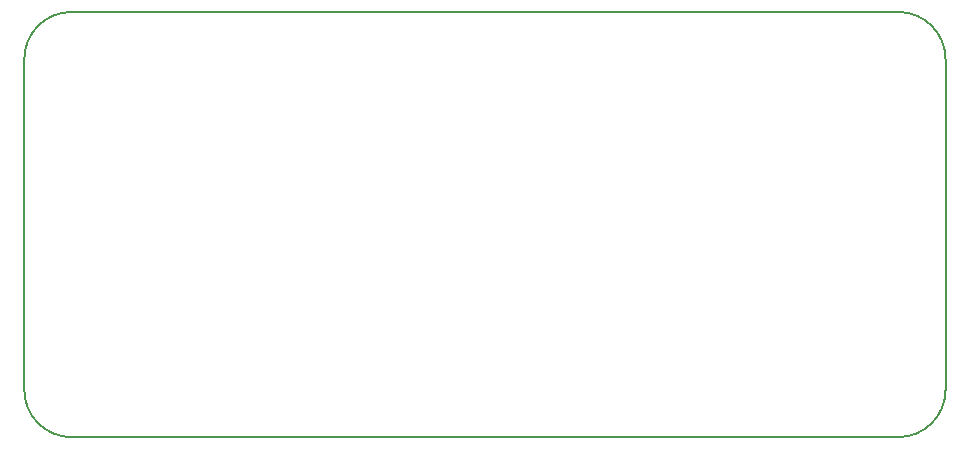
<source format=gbr>
G04 #@! TF.GenerationSoftware,KiCad,Pcbnew,(5.1.5)-3*
G04 #@! TF.CreationDate,2021-01-22T17:28:22+08:00*
G04 #@! TF.ProjectId,Pump_Driver,50756d70-5f44-4726-9976-65722e6b6963,rev?*
G04 #@! TF.SameCoordinates,Original*
G04 #@! TF.FileFunction,Profile,NP*
%FSLAX46Y46*%
G04 Gerber Fmt 4.6, Leading zero omitted, Abs format (unit mm)*
G04 Created by KiCad (PCBNEW (5.1.5)-3) date 2021-01-22 17:28:22*
%MOMM*%
%LPD*%
G04 APERTURE LIST*
%ADD10C,0.200000*%
G04 APERTURE END LIST*
D10*
X146495000Y-88523000D02*
G75*
G02X150495000Y-92523000I0J-4000000D01*
G01*
X72495000Y-120523000D02*
X72495000Y-92523000D01*
X76495000Y-124523000D02*
X146495000Y-124523000D01*
X76495000Y-88523000D02*
X146495000Y-88523000D01*
X76495000Y-124523000D02*
G75*
G02X72495000Y-120523000I0J4000000D01*
G01*
X150495000Y-120523000D02*
G75*
G02X146495000Y-124523000I-4000000J0D01*
G01*
X72495000Y-92523000D02*
G75*
G02X76495000Y-88523000I4000000J0D01*
G01*
X150495000Y-120523000D02*
X150495000Y-92523000D01*
M02*

</source>
